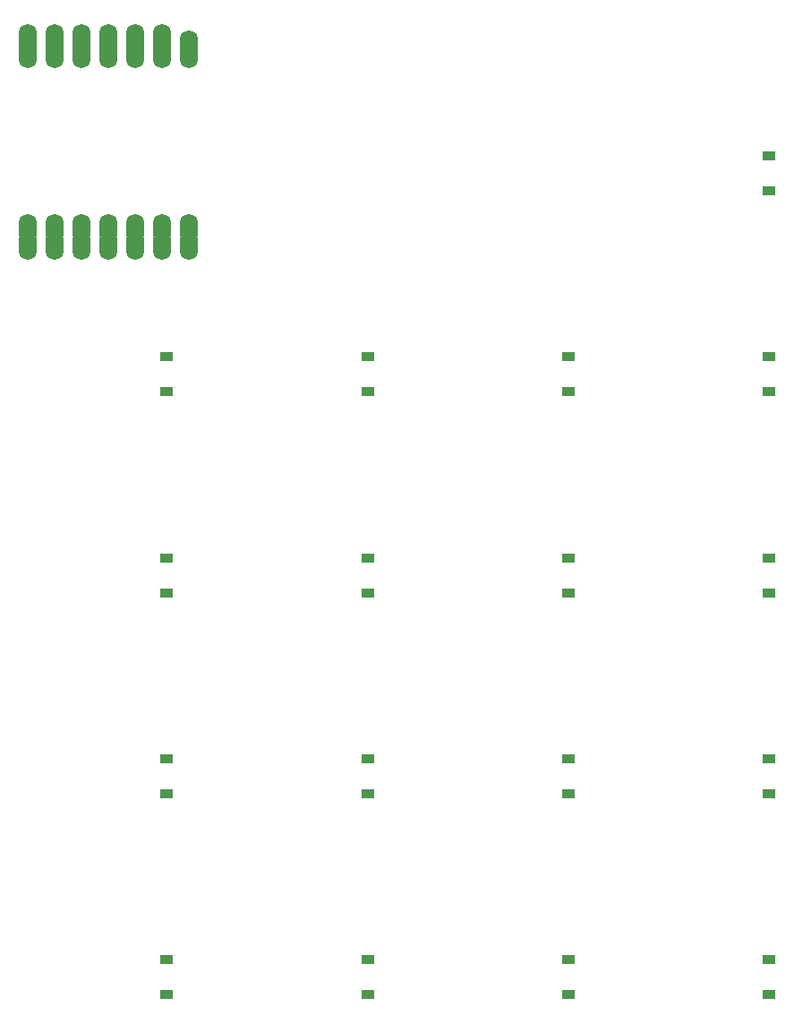
<source format=gbr>
%TF.GenerationSoftware,KiCad,Pcbnew,8.0.5*%
%TF.CreationDate,2024-10-25T18:54:30-04:00*%
%TF.ProjectId,macropad,6d616372-6f70-4616-942e-6b696361645f,v1.0.0*%
%TF.SameCoordinates,Original*%
%TF.FileFunction,Paste,Top*%
%TF.FilePolarity,Positive*%
%FSLAX46Y46*%
G04 Gerber Fmt 4.6, Leading zero omitted, Abs format (unit mm)*
G04 Created by KiCad (PCBNEW 8.0.5) date 2024-10-25 18:54:30*
%MOMM*%
%LPD*%
G01*
G04 APERTURE LIST*
%ADD10R,1.200000X0.900000*%
%ADD11O,1.700000X2.750000*%
%ADD12O,1.700000X2.250000*%
G04 APERTURE END LIST*
D10*
%TO.C,D10*%
X136500000Y-105840000D03*
X136500000Y-102540000D03*
%TD*%
D11*
%TO.C,*%
X100620000Y-54000000D03*
%TD*%
%TO.C,*%
X87920000Y-54000000D03*
%TD*%
%TO.C,*%
X85380000Y-34490000D03*
%TD*%
D12*
%TO.C,*%
X100620000Y-34760000D03*
%TD*%
D10*
%TO.C,D13*%
X155500000Y-124840000D03*
X155500000Y-121540000D03*
%TD*%
D11*
%TO.C,*%
X90460000Y-54000000D03*
%TD*%
D10*
%TO.C,D2*%
X98500000Y-105840000D03*
X98500000Y-102540000D03*
%TD*%
%TO.C,D9*%
X136500000Y-124840000D03*
X136500000Y-121540000D03*
%TD*%
D11*
%TO.C,*%
X85380000Y-54000000D03*
%TD*%
%TO.C,*%
X87920000Y-34490000D03*
%TD*%
D10*
%TO.C,D4*%
X98500000Y-67840000D03*
X98500000Y-64540000D03*
%TD*%
%TO.C,D14*%
X155500000Y-105840000D03*
X155500000Y-102540000D03*
%TD*%
%TO.C,D15*%
X155500000Y-86840000D03*
X155500000Y-83540000D03*
%TD*%
%TO.C,D6*%
X117500000Y-105840000D03*
X117500000Y-102540000D03*
%TD*%
%TO.C,D3*%
X98500000Y-86840000D03*
X98500000Y-83540000D03*
%TD*%
%TO.C,D8*%
X117500000Y-67840000D03*
X117500000Y-64540000D03*
%TD*%
D11*
%TO.C,_1*%
X85380000Y-52445000D03*
X87920000Y-52445000D03*
X90460000Y-52445000D03*
X93000000Y-52445000D03*
X95540000Y-52445000D03*
X98080000Y-52445000D03*
X100620000Y-52445000D03*
X100620000Y-35935000D03*
X98080000Y-35935000D03*
X95540000Y-35935000D03*
X93000000Y-35935000D03*
X90460000Y-35935000D03*
X87920000Y-35935000D03*
X85380000Y-35935000D03*
%TD*%
%TO.C,*%
X98080000Y-34490000D03*
%TD*%
%TO.C,*%
X93000000Y-54000000D03*
%TD*%
D10*
%TO.C,D11*%
X136500000Y-86840000D03*
X136500000Y-83540000D03*
%TD*%
D11*
%TO.C,*%
X95540000Y-54000000D03*
%TD*%
D10*
%TO.C,D12*%
X136500000Y-67840000D03*
X136500000Y-64540000D03*
%TD*%
%TO.C,D5*%
X117500000Y-124840000D03*
X117500000Y-121540000D03*
%TD*%
D11*
%TO.C,*%
X93000000Y-34490000D03*
%TD*%
%TO.C,*%
X98080000Y-54000000D03*
%TD*%
D10*
%TO.C,D7*%
X117500000Y-86840000D03*
X117500000Y-83540000D03*
%TD*%
%TO.C,D16*%
X155500000Y-67840000D03*
X155500000Y-64540000D03*
%TD*%
D11*
%TO.C,*%
X95540000Y-34490000D03*
%TD*%
D10*
%TO.C,D17*%
X155500000Y-48840000D03*
X155500000Y-45540000D03*
%TD*%
D11*
%TO.C,*%
X90460000Y-34490000D03*
%TD*%
D10*
%TO.C,D1*%
X98500000Y-124840000D03*
X98500000Y-121540000D03*
%TD*%
M02*

</source>
